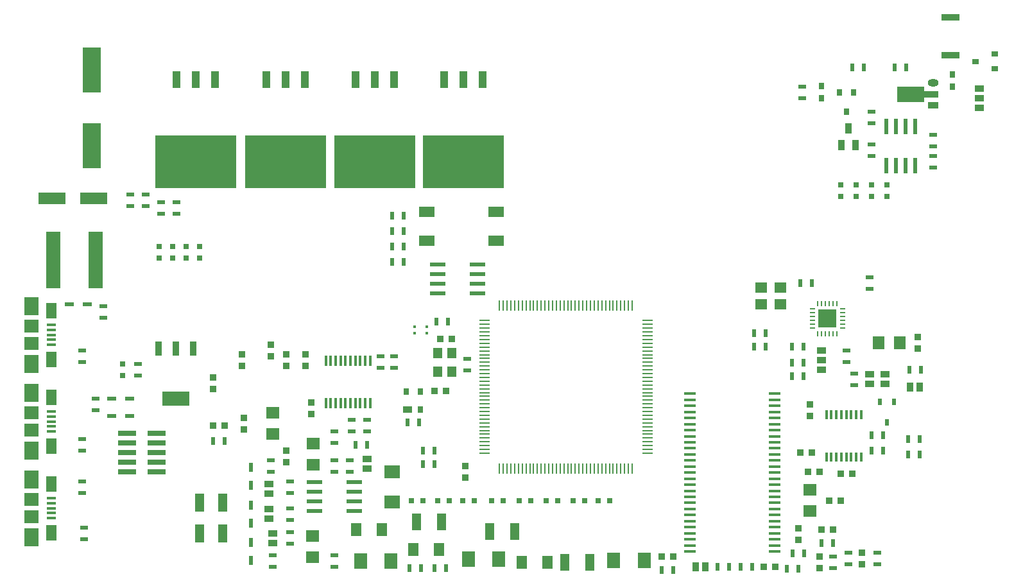
<source format=gtp>
G04 (created by PCBNEW (2013-07-07 BZR 4022)-stable) date 16/04/2014 16:41:09*
%MOIN*%
G04 Gerber Fmt 3.4, Leading zero omitted, Abs format*
%FSLAX34Y34*%
G01*
G70*
G90*
G04 APERTURE LIST*
%ADD10C,0.00590551*%
%ADD11R,0.0964X0.0964*%
%ADD12O,0.0078X0.0295*%
%ADD13O,0.0295X0.0078*%
%ADD14R,0.013X0.048*%
%ADD15R,0.0145X0.0559*%
%ADD16R,0.061X0.015*%
%ADD17R,0.043X0.088*%
%ADD18R,0.4232X0.2735*%
%ADD19R,0.0157165X0.0157165*%
%ADD20R,0.0217X0.0335*%
%ADD21R,0.142X0.078*%
%ADD22R,0.038X0.078*%
%ADD23R,0.0452X0.0374*%
%ADD24R,0.0295X0.0374*%
%ADD25R,0.0511X0.0236*%
%ADD26R,0.0236X0.0511*%
%ADD27R,0.048X0.088*%
%ADD28R,0.048X0.098*%
%ADD29R,0.043X0.023*%
%ADD30R,0.023X0.043*%
%ADD31R,0.0806772X0.0531181*%
%ADD32R,0.0531X0.0688*%
%ADD33R,0.0571X0.008*%
%ADD34R,0.008X0.0571*%
%ADD35R,0.0294X0.0294*%
%ADD36R,0.048X0.036*%
%ADD37R,0.036X0.048*%
%ADD38R,0.0452441X0.0531181*%
%ADD39R,0.0689X0.0846*%
%ADD40R,0.0846X0.0689*%
%ADD41R,0.0334X0.0374*%
%ADD42R,0.0374X0.0334*%
%ADD43R,0.0649291X0.0570551*%
%ADD44R,0.0846X0.0216*%
%ADD45R,0.1397X0.061*%
%ADD46R,0.0374X0.0256*%
%ADD47R,0.0256X0.0374*%
%ADD48R,0.0295X0.036*%
%ADD49R,0.0216X0.0846*%
%ADD50R,0.057X0.0373*%
%ADD51R,0.0767X0.0373*%
%ADD52R,0.1436X0.0846*%
%ADD53O,0.057X0.0373*%
%ADD54R,0.0373X0.0531*%
%ADD55R,0.0964252X0.0373701*%
%ADD56R,0.0925X0.23424*%
%ADD57R,0.0924882X0.0275276*%
%ADD58R,0.0924882X0.0271339*%
%ADD59R,0.0511X0.0137*%
%ADD60R,0.0571X0.0807*%
%ADD61R,0.0728X0.0925*%
%ADD62R,0.0728X0.0689*%
%ADD63R,0.0767X0.2972*%
%ADD64R,0.069X0.061*%
%ADD65R,0.061X0.069*%
G04 APERTURE END LIST*
G54D10*
G54D11*
X46800Y-21550D03*
G54D12*
X47292Y-20763D03*
X47095Y-20763D03*
X46898Y-20763D03*
X46702Y-20763D03*
X46505Y-20763D03*
X46308Y-20763D03*
G54D13*
X46013Y-21058D03*
X46013Y-21255D03*
X46013Y-21452D03*
X46013Y-21648D03*
X46013Y-21845D03*
X46013Y-22042D03*
G54D12*
X46308Y-22337D03*
X46505Y-22337D03*
X46702Y-22337D03*
X46898Y-22337D03*
X47095Y-22337D03*
X47292Y-22337D03*
G54D13*
X47587Y-22042D03*
X47587Y-21845D03*
X47587Y-21648D03*
X47587Y-21452D03*
X47587Y-21255D03*
X47587Y-21058D03*
G54D14*
X46754Y-28752D03*
X47010Y-28752D03*
X47266Y-28752D03*
X47522Y-28752D03*
X47778Y-28752D03*
X48034Y-28752D03*
X48290Y-28752D03*
X48546Y-28752D03*
X48546Y-26548D03*
X48290Y-26548D03*
X48034Y-26548D03*
X47778Y-26548D03*
X47522Y-26548D03*
X47266Y-26548D03*
X47010Y-26548D03*
X46754Y-26548D03*
G54D15*
X21772Y-25952D03*
X22028Y-25952D03*
X22284Y-25952D03*
X22540Y-25952D03*
X21008Y-23750D03*
X21004Y-25952D03*
X21260Y-25952D03*
X21516Y-25952D03*
X22796Y-23748D03*
X22540Y-23748D03*
X22284Y-23748D03*
X22028Y-23748D03*
X21772Y-23748D03*
X21516Y-23748D03*
X22796Y-25952D03*
X21260Y-23750D03*
X20748Y-25952D03*
X23052Y-25952D03*
X23052Y-23748D03*
X20748Y-23748D03*
G54D16*
X44055Y-33643D03*
X44055Y-33328D03*
X44055Y-33013D03*
X44055Y-32698D03*
X44055Y-32383D03*
X44055Y-32068D03*
X44055Y-31753D03*
X44055Y-31438D03*
X44055Y-31123D03*
X44055Y-30808D03*
X44055Y-30493D03*
X44055Y-30178D03*
X44055Y-29863D03*
X44055Y-29550D03*
X44055Y-29235D03*
X44055Y-28920D03*
X44055Y-28605D03*
X44055Y-28290D03*
X44055Y-27975D03*
X44055Y-27660D03*
X44055Y-27345D03*
X44055Y-27030D03*
X44055Y-26715D03*
X44055Y-26400D03*
X44055Y-26085D03*
X44055Y-25770D03*
X44055Y-25455D03*
X39647Y-25455D03*
X39647Y-25770D03*
X39647Y-26085D03*
X39647Y-26400D03*
X39647Y-26715D03*
X39647Y-27030D03*
X39647Y-27345D03*
X39647Y-27660D03*
X39647Y-27975D03*
X39647Y-28290D03*
X39647Y-28605D03*
X39647Y-28920D03*
X39647Y-29235D03*
X39647Y-29550D03*
X39647Y-29863D03*
X39647Y-30178D03*
X39647Y-30493D03*
X39647Y-30808D03*
X39647Y-31123D03*
X39647Y-31438D03*
X39647Y-31753D03*
X39647Y-32068D03*
X39647Y-32383D03*
X39647Y-32698D03*
X39647Y-33013D03*
X39647Y-33328D03*
X39647Y-33643D03*
G54D17*
X19650Y-9150D03*
G54D18*
X18650Y-13400D03*
G54D17*
X17650Y-9150D03*
X18650Y-9150D03*
X28900Y-9150D03*
G54D18*
X27900Y-13400D03*
G54D17*
X26900Y-9150D03*
X27900Y-9150D03*
X15000Y-9150D03*
G54D18*
X14000Y-13400D03*
G54D17*
X13000Y-9150D03*
X14000Y-9150D03*
X24300Y-9150D03*
G54D18*
X23300Y-13400D03*
G54D17*
X22300Y-9150D03*
X23300Y-9150D03*
G54D19*
X25350Y-22300D03*
X25979Y-22300D03*
X25979Y-21965D03*
X25350Y-21965D03*
G54D20*
X50273Y-25868D03*
X49525Y-25868D03*
X49900Y-26930D03*
G54D21*
X12950Y-25700D03*
G54D22*
X12950Y-23100D03*
X12050Y-23100D03*
X13850Y-23100D03*
G54D23*
X24985Y-26272D03*
G54D24*
X25674Y-25328D03*
X25674Y-26272D03*
X24926Y-25328D03*
G54D25*
X7428Y-20800D03*
X8372Y-20800D03*
X9628Y-25700D03*
X10572Y-25700D03*
X9628Y-26600D03*
X10572Y-26600D03*
G54D26*
X16850Y-29278D03*
X16850Y-30222D03*
X16850Y-31228D03*
X16850Y-32172D03*
X16850Y-33178D03*
X16850Y-34122D03*
G54D27*
X26748Y-32100D03*
X25450Y-32100D03*
X34448Y-34200D03*
X33150Y-34200D03*
X30548Y-32600D03*
X29250Y-32600D03*
G54D28*
X15400Y-31100D03*
X14200Y-31100D03*
X15400Y-32700D03*
X14200Y-32700D03*
G54D29*
X18900Y-31400D03*
X18900Y-32000D03*
G54D30*
X43000Y-23000D03*
X43600Y-23000D03*
G54D29*
X18900Y-32650D03*
X18900Y-33250D03*
G54D30*
X45400Y-19700D03*
X46000Y-19700D03*
G54D29*
X18900Y-30000D03*
X18900Y-30600D03*
X12200Y-16100D03*
X12200Y-15500D03*
G54D30*
X44950Y-23000D03*
X45550Y-23000D03*
G54D29*
X18000Y-33850D03*
X18000Y-34450D03*
X17900Y-28900D03*
X17900Y-29500D03*
X21200Y-34450D03*
X21200Y-33850D03*
G54D30*
X25700Y-34500D03*
X25100Y-34500D03*
X26400Y-34500D03*
X27000Y-34500D03*
G54D29*
X22000Y-28900D03*
X22000Y-29500D03*
X13000Y-16100D03*
X13000Y-15500D03*
G54D30*
X51050Y-24200D03*
X51650Y-24200D03*
G54D29*
X10600Y-15700D03*
X10600Y-15100D03*
X21200Y-29500D03*
X21200Y-28900D03*
G54D30*
X22900Y-28100D03*
X22300Y-28100D03*
G54D29*
X11400Y-15700D03*
X11400Y-15100D03*
X48200Y-25000D03*
X48200Y-24400D03*
G54D30*
X24800Y-16200D03*
X24200Y-16200D03*
X24800Y-18600D03*
X24200Y-18600D03*
X24800Y-17000D03*
X24200Y-17000D03*
X24800Y-17800D03*
X24200Y-17800D03*
G54D29*
X47100Y-33900D03*
X47100Y-34500D03*
G54D30*
X26400Y-29100D03*
X25800Y-29100D03*
G54D29*
X22900Y-27400D03*
X22900Y-26800D03*
X22100Y-27400D03*
X22100Y-26800D03*
X24300Y-24100D03*
X24300Y-23500D03*
X23600Y-24100D03*
X23600Y-23500D03*
X11000Y-23900D03*
X11000Y-24500D03*
G54D30*
X43000Y-22300D03*
X43600Y-22300D03*
G54D29*
X28100Y-24250D03*
X28100Y-23650D03*
G54D30*
X25600Y-26950D03*
X25000Y-26950D03*
X26400Y-28400D03*
X25800Y-28400D03*
X26500Y-21700D03*
X27100Y-21700D03*
G54D29*
X49400Y-34300D03*
X49400Y-33700D03*
G54D30*
X46500Y-33200D03*
X47100Y-33200D03*
X41700Y-34450D03*
X41100Y-34450D03*
G54D29*
X49000Y-20000D03*
X49000Y-19400D03*
G54D30*
X44950Y-24550D03*
X45550Y-24550D03*
G54D29*
X47800Y-23800D03*
X47800Y-23200D03*
G54D30*
X44950Y-23850D03*
X45550Y-23850D03*
X45300Y-34550D03*
X44700Y-34550D03*
G54D29*
X8100Y-27800D03*
X8100Y-28400D03*
X8800Y-26300D03*
X8800Y-25700D03*
X47900Y-34300D03*
X47900Y-33700D03*
G54D30*
X38200Y-34600D03*
X38800Y-34600D03*
G54D29*
X8100Y-23200D03*
X8100Y-23800D03*
G54D30*
X51000Y-28600D03*
X51600Y-28600D03*
X49100Y-28400D03*
X49700Y-28400D03*
G54D29*
X9200Y-21500D03*
X9200Y-20900D03*
G54D30*
X51000Y-27800D03*
X51600Y-27800D03*
X49100Y-27600D03*
X49700Y-27600D03*
G54D29*
X8100Y-30600D03*
X8100Y-30000D03*
G54D30*
X15500Y-27900D03*
X14900Y-27900D03*
G54D29*
X8200Y-33000D03*
X8200Y-32400D03*
G54D30*
X45000Y-33750D03*
X45600Y-33750D03*
G54D29*
X21200Y-28000D03*
X21200Y-27400D03*
G54D30*
X42300Y-34450D03*
X42900Y-34450D03*
G54D31*
X26000Y-17500D03*
X26000Y-16003D03*
X29582Y-16003D03*
X29582Y-17500D03*
G54D32*
X30931Y-34200D03*
X32269Y-34200D03*
X25281Y-33550D03*
X26619Y-33550D03*
X22331Y-32500D03*
X23669Y-32500D03*
G54D33*
X28984Y-21655D03*
X28984Y-21851D03*
X28984Y-22048D03*
X28984Y-22245D03*
X28984Y-22442D03*
X28984Y-22639D03*
X28984Y-22836D03*
X28984Y-23033D03*
X28984Y-23229D03*
X28984Y-23426D03*
X28984Y-23623D03*
X28984Y-23820D03*
X28984Y-24017D03*
X28984Y-24214D03*
X28984Y-24411D03*
X28984Y-24607D03*
X28984Y-24804D03*
X28984Y-25001D03*
X28984Y-25197D03*
X28984Y-25394D03*
X28984Y-25591D03*
X28984Y-25787D03*
X28984Y-25984D03*
X28984Y-26181D03*
X28984Y-26378D03*
X28984Y-26575D03*
X28984Y-26772D03*
X28984Y-26969D03*
X28984Y-27165D03*
X28984Y-27362D03*
X28984Y-27559D03*
X28984Y-27756D03*
X28984Y-27953D03*
X28984Y-28150D03*
X28984Y-28347D03*
X28984Y-28543D03*
G54D34*
X29772Y-29331D03*
X29968Y-29331D03*
X30165Y-29331D03*
X30362Y-29331D03*
X30559Y-29331D03*
X30756Y-29331D03*
X30953Y-29331D03*
X31150Y-29331D03*
X31346Y-29331D03*
X31543Y-29331D03*
X31740Y-29331D03*
X31937Y-29331D03*
X32134Y-29331D03*
X32331Y-29331D03*
X32528Y-29331D03*
X32724Y-29331D03*
X32921Y-29331D03*
X33118Y-29331D03*
X33314Y-29331D03*
X33511Y-29331D03*
X33708Y-29331D03*
X33904Y-29331D03*
X34101Y-29331D03*
X34298Y-29331D03*
X34495Y-29331D03*
X34692Y-29331D03*
X34889Y-29331D03*
X35086Y-29331D03*
X35282Y-29331D03*
X35479Y-29331D03*
X35676Y-29331D03*
X35873Y-29331D03*
X36070Y-29331D03*
X36267Y-29331D03*
X36464Y-29331D03*
X36660Y-29331D03*
G54D33*
X37448Y-28543D03*
X37448Y-28347D03*
X37448Y-28150D03*
X37448Y-27953D03*
X37448Y-27756D03*
X37448Y-27559D03*
X37448Y-27362D03*
X37448Y-27165D03*
X37448Y-26969D03*
X37448Y-26772D03*
X37448Y-26575D03*
X37448Y-26378D03*
X37448Y-26181D03*
X37448Y-25984D03*
X37448Y-25787D03*
X37448Y-25591D03*
X37448Y-25394D03*
X37448Y-25197D03*
X37448Y-25001D03*
X37448Y-24804D03*
X37448Y-24607D03*
X37448Y-24411D03*
X37448Y-24214D03*
X37448Y-24017D03*
X37448Y-23820D03*
X37448Y-23623D03*
X37448Y-23426D03*
X37448Y-23229D03*
X37448Y-23033D03*
X37448Y-22836D03*
X37448Y-22639D03*
X37448Y-22442D03*
X37448Y-22245D03*
X37448Y-22048D03*
X37448Y-21851D03*
X37448Y-21655D03*
G54D34*
X36660Y-20867D03*
X36464Y-20867D03*
X36267Y-20867D03*
X36070Y-20867D03*
X35873Y-20867D03*
X35676Y-20867D03*
X35479Y-20867D03*
X35282Y-20867D03*
X35086Y-20867D03*
X34889Y-20867D03*
X34692Y-20867D03*
X34495Y-20867D03*
X34298Y-20867D03*
X34101Y-20867D03*
X33904Y-20867D03*
X33708Y-20867D03*
X33511Y-20867D03*
X33314Y-20867D03*
X33118Y-20867D03*
X32921Y-20867D03*
X32724Y-20867D03*
X32528Y-20867D03*
X32331Y-20867D03*
X32134Y-20867D03*
X31937Y-20867D03*
X31740Y-20867D03*
X31543Y-20867D03*
X31346Y-20867D03*
X31150Y-20867D03*
X30953Y-20867D03*
X30756Y-20867D03*
X30559Y-20867D03*
X30362Y-20867D03*
X30165Y-20867D03*
X29968Y-20867D03*
X29772Y-20867D03*
G54D35*
X34905Y-31000D03*
X35495Y-31000D03*
X49100Y-15195D03*
X49100Y-14605D03*
X32205Y-31000D03*
X32795Y-31000D03*
X30805Y-31000D03*
X31395Y-31000D03*
X29355Y-31000D03*
X29945Y-31000D03*
X27855Y-31000D03*
X28445Y-31000D03*
X26555Y-31000D03*
X27145Y-31000D03*
X25205Y-31000D03*
X25795Y-31000D03*
X12800Y-17805D03*
X12800Y-18395D03*
X12100Y-17805D03*
X12100Y-18395D03*
X14200Y-17805D03*
X14200Y-18395D03*
X13500Y-17805D03*
X13500Y-18395D03*
X47500Y-15195D03*
X47500Y-14605D03*
X48300Y-15195D03*
X48300Y-14605D03*
X49900Y-15195D03*
X49900Y-14605D03*
X33605Y-31000D03*
X34195Y-31000D03*
X10200Y-24495D03*
X10200Y-23905D03*
G54D36*
X46500Y-23200D03*
X46500Y-23700D03*
X46500Y-24200D03*
G54D37*
X40450Y-34450D03*
X39950Y-34450D03*
G54D36*
X49000Y-24450D03*
X49000Y-24950D03*
X22900Y-28850D03*
X22900Y-29350D03*
G54D37*
X51600Y-25100D03*
X51100Y-25100D03*
G54D36*
X18000Y-33200D03*
X18000Y-32700D03*
X17800Y-31950D03*
X17800Y-31450D03*
X17800Y-30650D03*
X17800Y-30150D03*
X49800Y-24450D03*
X49800Y-24950D03*
G54D38*
X27300Y-24300D03*
X27300Y-23355D03*
X26551Y-24300D03*
X26551Y-23355D03*
G54D39*
X35710Y-34100D03*
X37290Y-34100D03*
X28160Y-34050D03*
X29740Y-34050D03*
G54D40*
X24200Y-29510D03*
X24200Y-31090D03*
G54D39*
X22560Y-34150D03*
X24140Y-34150D03*
G54D41*
X45404Y-28500D03*
X45996Y-28500D03*
G54D42*
X48600Y-33704D03*
X48600Y-34296D03*
X20000Y-25904D03*
X20000Y-26496D03*
X46400Y-33904D03*
X46400Y-34496D03*
X18700Y-23404D03*
X18700Y-23996D03*
X18700Y-28404D03*
X18700Y-28996D03*
X28000Y-29796D03*
X28000Y-29204D03*
X45300Y-33046D03*
X45300Y-32454D03*
G54D41*
X26404Y-25300D03*
X26996Y-25300D03*
X26704Y-22600D03*
X27296Y-22600D03*
X46904Y-31000D03*
X47496Y-31000D03*
X38204Y-33900D03*
X38796Y-33900D03*
X47504Y-29600D03*
X48096Y-29600D03*
X46396Y-29500D03*
X45804Y-29500D03*
G54D42*
X45900Y-26596D03*
X45900Y-26004D03*
X51500Y-22504D03*
X51500Y-23096D03*
X16400Y-23404D03*
X16400Y-23996D03*
G54D41*
X14904Y-27100D03*
X15496Y-27100D03*
G54D42*
X14900Y-24604D03*
X14900Y-25196D03*
X17900Y-22904D03*
X17900Y-23496D03*
G54D41*
X43504Y-34450D03*
X44096Y-34450D03*
G54D42*
X19700Y-23404D03*
X19700Y-23996D03*
G54D41*
X47096Y-32500D03*
X46504Y-32500D03*
G54D43*
X43350Y-20800D03*
X44350Y-20800D03*
X44350Y-19930D03*
X43350Y-19930D03*
G54D44*
X28623Y-20250D03*
X28623Y-19750D03*
X28623Y-19250D03*
X28623Y-18750D03*
X26577Y-18750D03*
X26577Y-19250D03*
X26577Y-19750D03*
X26577Y-20250D03*
X22223Y-31550D03*
X22223Y-31050D03*
X22223Y-30550D03*
X22223Y-30050D03*
X20177Y-30050D03*
X20177Y-30550D03*
X20177Y-31050D03*
X20177Y-31550D03*
G54D45*
X6517Y-15300D03*
X8683Y-15300D03*
G54D46*
X54500Y-8200D03*
X55500Y-7825D03*
X55500Y-8575D03*
G54D47*
X47800Y-10800D03*
X47425Y-9800D03*
X48175Y-9800D03*
G54D48*
X46500Y-9491D03*
X46500Y-10111D03*
X53300Y-8891D03*
X53300Y-9511D03*
G54D29*
X52300Y-12000D03*
X52300Y-12600D03*
X52300Y-13700D03*
X52300Y-13100D03*
X45500Y-10100D03*
X45500Y-9500D03*
X49100Y-12500D03*
X49100Y-13100D03*
X49100Y-11400D03*
X49100Y-10800D03*
G54D30*
X50900Y-8500D03*
X50300Y-8500D03*
X48100Y-8500D03*
X48700Y-8500D03*
G54D36*
X54700Y-10600D03*
X54700Y-10100D03*
X54700Y-9600D03*
G54D49*
X49850Y-13623D03*
X50350Y-13623D03*
X50850Y-13623D03*
X51350Y-13623D03*
X51350Y-11577D03*
X50850Y-11577D03*
X50350Y-11577D03*
X49850Y-11577D03*
G54D50*
X52279Y-10490D03*
G54D51*
X52179Y-9900D03*
G54D52*
X51130Y-9900D03*
G54D53*
X52279Y-9310D03*
G54D54*
X47526Y-12533D03*
X48274Y-12533D03*
X47900Y-11667D03*
G54D55*
X53200Y-7884D03*
X53200Y-5915D03*
G54D56*
X8600Y-8637D03*
X8600Y-12575D03*
G54D57*
X10432Y-27500D03*
G54D58*
X11967Y-27500D03*
G54D57*
X10432Y-28000D03*
G54D58*
X11967Y-28000D03*
X10432Y-28500D03*
X11967Y-28500D03*
X10432Y-29000D03*
G54D57*
X11967Y-29000D03*
X10432Y-29500D03*
G54D58*
X11967Y-29500D03*
G54D59*
X6500Y-22400D03*
X6500Y-22144D03*
X6500Y-22656D03*
X6500Y-21888D03*
X6500Y-22912D03*
G54D60*
X6500Y-21140D03*
X6500Y-23660D03*
G54D61*
X5457Y-20904D03*
X5457Y-23896D03*
G54D62*
X5457Y-21947D03*
X5457Y-22853D03*
G54D59*
X6500Y-26900D03*
X6500Y-26644D03*
X6500Y-27156D03*
X6500Y-26388D03*
X6500Y-27412D03*
G54D60*
X6500Y-25640D03*
X6500Y-28160D03*
G54D61*
X5457Y-25404D03*
X5457Y-28396D03*
G54D62*
X5457Y-26447D03*
X5457Y-27353D03*
G54D59*
X6500Y-31400D03*
X6500Y-31144D03*
X6500Y-31656D03*
X6500Y-30888D03*
X6500Y-31912D03*
G54D60*
X6500Y-30140D03*
X6500Y-32660D03*
G54D61*
X5457Y-29904D03*
X5457Y-32896D03*
G54D62*
X5457Y-30947D03*
X5457Y-31853D03*
G54D63*
X8802Y-18500D03*
X6598Y-18500D03*
G54D64*
X20050Y-33950D03*
X20050Y-32850D03*
G54D65*
X49450Y-22800D03*
X50550Y-22800D03*
G54D64*
X18000Y-26450D03*
X18000Y-27550D03*
G54D42*
X16500Y-27296D03*
X16500Y-26704D03*
G54D64*
X45900Y-30450D03*
X45900Y-31550D03*
X20100Y-28050D03*
X20100Y-29150D03*
M02*

</source>
